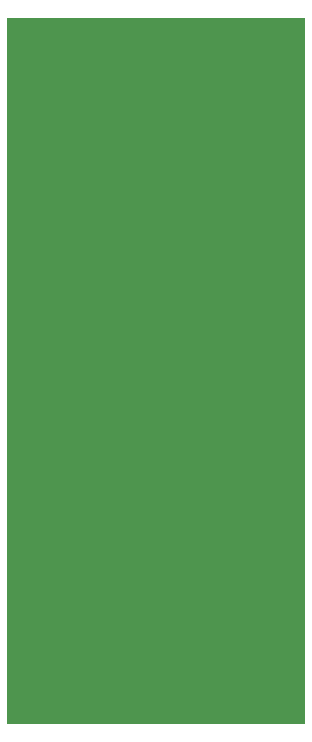
<source format=gbr>
G04 EAGLE Gerber RS-274X export*
G75*
%MOMM*%
%FSLAX34Y34*%
%LPD*%
%INMilling*%
%IPPOS*%
%AMOC8*
5,1,8,0,0,1.08239X$1,22.5*%
G01*

G36*
X250210Y-758D02*
X250210Y-758D01*
X250229Y-760D01*
X250331Y-738D01*
X250433Y-722D01*
X250450Y-712D01*
X250470Y-708D01*
X250559Y-655D01*
X250650Y-606D01*
X250664Y-592D01*
X250681Y-582D01*
X250748Y-503D01*
X250820Y-428D01*
X250828Y-410D01*
X250841Y-395D01*
X250880Y-299D01*
X250923Y-205D01*
X250925Y-185D01*
X250933Y-167D01*
X250951Y0D01*
X250951Y596900D01*
X250948Y596920D01*
X250950Y596939D01*
X250928Y597041D01*
X250912Y597143D01*
X250902Y597160D01*
X250898Y597180D01*
X250845Y597269D01*
X250796Y597360D01*
X250782Y597374D01*
X250772Y597391D01*
X250693Y597458D01*
X250618Y597530D01*
X250600Y597538D01*
X250585Y597551D01*
X250489Y597590D01*
X250395Y597633D01*
X250375Y597635D01*
X250357Y597643D01*
X250190Y597661D01*
X0Y597661D01*
X-20Y597658D01*
X-39Y597660D01*
X-141Y597638D01*
X-243Y597622D01*
X-260Y597612D01*
X-280Y597608D01*
X-369Y597555D01*
X-460Y597506D01*
X-474Y597492D01*
X-491Y597482D01*
X-558Y597403D01*
X-630Y597328D01*
X-638Y597310D01*
X-651Y597295D01*
X-690Y597199D01*
X-733Y597105D01*
X-735Y597085D01*
X-743Y597067D01*
X-761Y596900D01*
X-761Y0D01*
X-758Y-20D01*
X-760Y-39D01*
X-738Y-141D01*
X-722Y-243D01*
X-712Y-260D01*
X-708Y-280D01*
X-655Y-369D01*
X-606Y-460D01*
X-592Y-474D01*
X-582Y-491D01*
X-503Y-558D01*
X-428Y-630D01*
X-410Y-638D01*
X-395Y-651D01*
X-299Y-690D01*
X-205Y-733D01*
X-185Y-735D01*
X-167Y-743D01*
X0Y-761D01*
X250190Y-761D01*
X250210Y-758D01*
G37*
M02*

</source>
